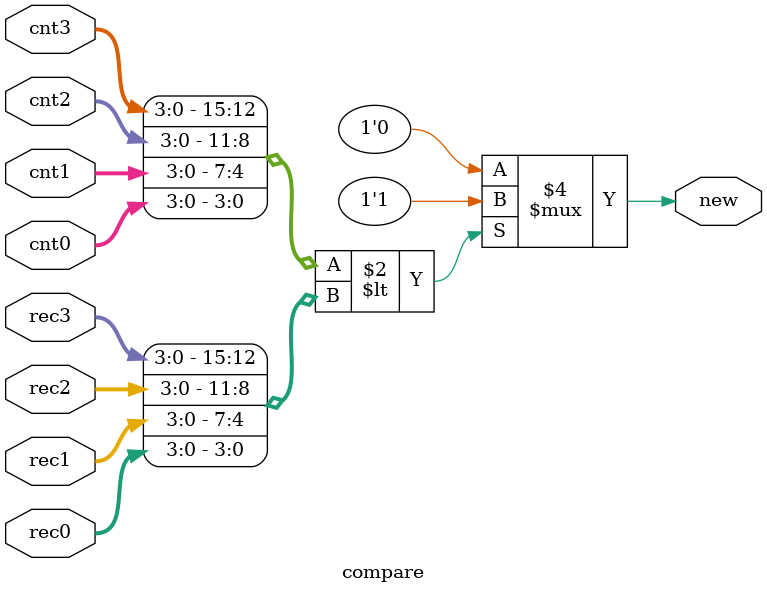
<source format=v>
`timescale 1ns/1ps

module compare(
    input [3:0] cnt0, cnt1, cnt2, cnt3, rec0, rec1, rec2, rec3,
    output reg new
);

    always @(cnt0, cnt1, cnt2, cnt3, rec0, rec1, rec2, rec3) begin
        if ({cnt3, cnt2, cnt1, cnt0} < {rec3, rec2, rec1, rec0}) new = 1;
        else new = 0;
    end

endmodule
</source>
